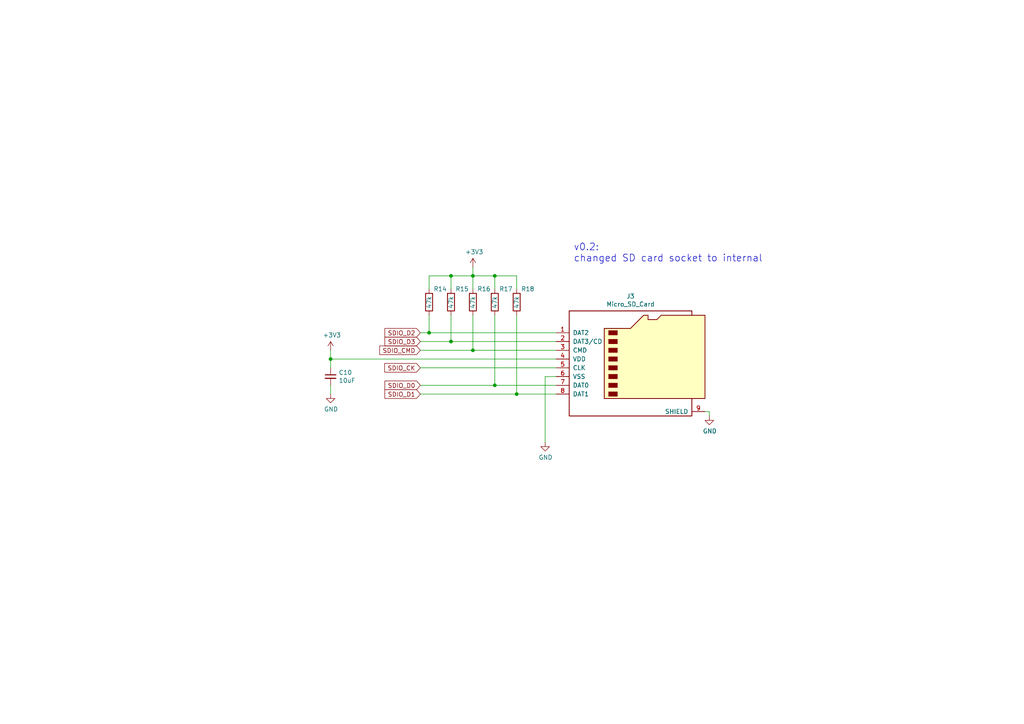
<source format=kicad_sch>
(kicad_sch (version 20211123) (generator eeschema)
  (paper "A4")
  (lib_symbols
    (symbol "Connector:Micro_SD_Card" (pin_names (offset 1.016))
      (property "Reference" "J" (at -16.51 15.24 0))
      (property "Value" "Micro_SD_Card" (at 16.51 15.24 0))
      (symbol "Micro_SD_Card_0_1"
        (rectangle (start -7.62 -9.525) (end -5.08 -10.795) (fill (type outline)))
        (rectangle (start -7.62 -6.985) (end -5.08 -8.255) (fill (type outline)))
        (rectangle (start -7.62 -4.445) (end -5.08 -5.715) (fill (type outline)))
        (rectangle (start -7.62 -1.905) (end -5.08 -3.175) (fill (type outline)))
        (rectangle (start -7.62 0.635) (end -5.08 -0.635) (fill (type outline)))
        (rectangle (start -7.62 3.175) (end -5.08 1.905) (fill (type outline)))
        (rectangle (start -7.62 5.715) (end -5.08 4.445) (fill (type outline)))
        (rectangle (start -7.62 8.255) (end -5.08 6.985) (fill (type outline)))
        (polyline (pts (xy 16.51 12.7) (xy 16.51 13.97) (xy -19.05 13.97) (xy -19.05 -16.51) (xy 16.51 -16.51) (xy 16.51 -11.43)) (stroke (width 0.254)))
        (polyline (pts (xy -8.89 -11.43) (xy -8.89 8.89) (xy -1.27 8.89) (xy 2.54 12.7) (xy 3.81 12.7) (xy 3.81 11.43) (xy 6.35 11.43) (xy 7.62 12.7) (xy 20.32 12.7) (xy 20.32 -11.43) (xy -8.89 -11.43)) (stroke (width 0.254)) (fill (type background)))
      )
      (symbol "Micro_SD_Card_1_1"
        (pin bidirectional line (at -22.86 7.62 0) (length 3.81) (name "DAT2") (number "1"))
        (pin bidirectional line (at -22.86 5.08 0) (length 3.81) (name "DAT3/CD") (number "2"))
        (pin input line (at -22.86 2.54 0) (length 3.81) (name "CMD") (number "3"))
        (pin power_in line (at -22.86 0 0) (length 3.81) (name "VDD") (number "4"))
        (pin input line (at -22.86 -2.54 0) (length 3.81) (name "CLK") (number "5"))
        (pin power_in line (at -22.86 -5.08 0) (length 3.81) (name "VSS") (number "6"))
        (pin bidirectional line (at -22.86 -7.62 0) (length 3.81) (name "DAT0") (number "7"))
        (pin bidirectional line (at -22.86 -10.16 0) (length 3.81) (name "DAT1") (number "8"))
        (pin passive line (at 20.32 -15.24 180) (length 3.81) (name "SHIELD") (number "9"))
      )
    )
    (symbol "Device:C_Small" (pin_numbers hide) (pin_names (offset 0.254) hide)
      (property "Reference" "C" (at 0.254 1.778 0))
      (property "Value" "C_Small" (at 0.254 -2.032 0))
      (symbol "C_Small_0_1"
        (polyline (pts (xy -1.524 -0.508) (xy 1.524 -0.508)) (stroke (width 0.3302)))
        (polyline (pts (xy -1.524 0.508) (xy 1.524 0.508)) (stroke (width 0.3048)))
      )
      (symbol "C_Small_1_1"
        (pin passive line (at 0 2.54 270) (length 2.032) (name "~") (number "1"))
        (pin passive line (at 0 -2.54 90) (length 2.032) (name "~") (number "2"))
      )
    )
    (symbol "Device:R" (pin_numbers hide) (pin_names (offset 0))
      (property "Reference" "R" (at 2.032 0 90))
      (property "Value" "R" (at 0 0 90))
      (symbol "R_0_1"
        (rectangle (start -1.016 -2.54) (end 1.016 2.54) (stroke (width 0.254)))
      )
      (symbol "R_1_1"
        (pin passive line (at 0 3.81 270) (length 1.27) (name "~") (number "1"))
        (pin passive line (at 0 -3.81 90) (length 1.27) (name "~") (number "2"))
      )
    )
    (symbol "power:+3.3V" (power) (pin_names (offset 0))
      (property "Value" "+3.3V" (at 0 3.556 0))
      (symbol "+3.3V_0_1"
        (polyline (pts (xy -0.762 1.27) (xy 0 2.54)))
        (polyline (pts (xy 0 0) (xy 0 2.54)))
        (polyline (pts (xy 0 2.54) (xy 0.762 1.27)))
      )
      (symbol "+3.3V_1_1"
        (pin power_in line (at 0 0 90) (length 0) hide (name "+3V3") (number "1"))
      )
    )
    (symbol "power:GND" (power) (pin_names (offset 0))
      (property "Value" "GND" (at 0 -3.81 0))
      (symbol "GND_0_1"
        (polyline (pts (xy 0 0) (xy 0 -1.27) (xy 1.27 -1.27) (xy 0 -2.54) (xy -1.27 -1.27) (xy 0 -1.27)))
      )
      (symbol "GND_1_1"
        (pin power_in line (at 0 0 270) (length 0) hide (name "GND") (number "1"))
      )
    )
  )
  (junction (at 143.51 111.76))
  (junction (at 143.51 80.01))
  (junction (at 137.16 101.6))
  (junction (at 137.16 80.01))
  (junction (at 149.86 114.3))
  (junction (at 95.885 104.14))
  (junction (at 130.81 99.06))
  (junction (at 130.81 80.01))
  (junction (at 124.46 96.52))
  (wire (pts (xy 161.29 104.14) (xy 95.885 104.14)))
  (wire (pts (xy 137.16 101.6) (xy 161.29 101.6)))
  (wire (pts (xy 130.81 83.82) (xy 130.81 80.01)))
  (wire (pts (xy 121.92 111.76) (xy 143.51 111.76)))
  (wire (pts (xy 130.81 91.44) (xy 130.81 99.06)))
  (wire (pts (xy 158.115 109.22) (xy 161.29 109.22)))
  (wire (pts (xy 205.74 119.38) (xy 204.47 119.38)))
  (wire (pts (xy 149.86 91.44) (xy 149.86 114.3)))
  (wire (pts (xy 124.46 96.52) (xy 161.29 96.52)))
  (wire (pts (xy 130.81 99.06) (xy 161.29 99.06)))
  (wire (pts (xy 137.16 80.01) (xy 143.51 80.01)))
  (wire (pts (xy 143.51 80.01) (xy 149.86 80.01)))
  (wire (pts (xy 121.92 114.3) (xy 149.86 114.3)))
  (wire (pts (xy 95.885 101.6) (xy 95.885 104.14)))
  (wire (pts (xy 121.92 96.52) (xy 124.46 96.52)))
  (wire (pts (xy 143.51 83.82) (xy 143.51 80.01)))
  (wire (pts (xy 161.29 106.68) (xy 121.92 106.68)))
  (wire (pts (xy 161.29 111.76) (xy 143.51 111.76)))
  (wire (pts (xy 124.46 83.82) (xy 124.46 80.01)))
  (wire (pts (xy 143.51 91.44) (xy 143.51 111.76)))
  (wire (pts (xy 130.81 80.01) (xy 137.16 80.01)))
  (wire (pts (xy 205.74 120.65) (xy 205.74 119.38)))
  (wire (pts (xy 158.115 109.22) (xy 158.115 128.27)))
  (wire (pts (xy 121.92 101.6) (xy 137.16 101.6)))
  (wire (pts (xy 137.16 83.82) (xy 137.16 80.01)))
  (wire (pts (xy 95.885 114.3) (xy 95.885 111.76)))
  (wire (pts (xy 95.885 104.14) (xy 95.885 106.68)))
  (wire (pts (xy 149.86 114.3) (xy 161.29 114.3)))
  (wire (pts (xy 124.46 80.01) (xy 130.81 80.01)))
  (wire (pts (xy 149.86 80.01) (xy 149.86 83.82)))
  (wire (pts (xy 124.46 91.44) (xy 124.46 96.52)))
  (wire (pts (xy 137.16 80.01) (xy 137.16 77.47)))
  (wire (pts (xy 121.92 99.06) (xy 130.81 99.06)))
  (wire (pts (xy 137.16 91.44) (xy 137.16 101.6)))
  (text "v0.2:\nchanged SD card socket to internal" (at 166.37 76.2 0) (effects (font (size 2 2)) (justify left bottom)))
  (global_label "SDIO_CK" (shape input) (at 121.92 106.68 180) (property "Intersheet References" "${INTERSHEET_REFS}" (effects hide)))
  (global_label "SDIO_D3" (shape input) (at 121.92 99.06 180) (property "Intersheet References" "${INTERSHEET_REFS}" (effects hide)))
  (global_label "SDIO_D1" (shape input) (at 121.92 114.3 180) (property "Intersheet References" "${INTERSHEET_REFS}" (effects hide)))
  (global_label "SDIO_CMD" (shape input) (at 121.92 101.6 180) (property "Intersheet References" "${INTERSHEET_REFS}" (effects hide)))
  (global_label "SDIO_D2" (shape input) (at 121.92 96.52 180) (property "Intersheet References" "${INTERSHEET_REFS}" (effects hide)))
  (global_label "SDIO_D0" (shape input) (at 121.92 111.76 180) (property "Intersheet References" "${INTERSHEET_REFS}" (effects hide)))
  (symbol (lib_id "Device:R") (at 124.46 87.63 0) (unit 1)
    (property "Reference" "R14" (at 125.73 83.82 0) (effects (justify left)))
    (property "Value" "47k" (at 124.46 89.535 90) (effects (justify left)))
    (property "Footprint" "Resistor_SMD:R_0603_1608Metric" (effects hide))
    (property "LCSC" "C25819" (effects hide))
  )
  (symbol (lib_id "Device:R") (at 130.81 87.63 0) (unit 1)
    (property "Reference" "R15" (at 132.08 83.82 0) (effects (justify left)))
    (property "Value" "47k" (at 130.81 89.535 90) (effects (justify left)))
    (property "Footprint" "Resistor_SMD:R_0603_1608Metric" (effects hide))
    (property "LCSC" "C25819" (effects hide))
  )
  (symbol (lib_id "Device:R") (at 137.16 87.63 0) (unit 1)
    (property "Reference" "R16" (at 138.43 83.82 0) (effects (justify left)))
    (property "Value" "47k" (at 137.16 89.535 90) (effects (justify left)))
    (property "Footprint" "Resistor_SMD:R_0603_1608Metric" (effects hide))
    (property "LCSC" "C25819" (effects hide))
  )
  (symbol (lib_id "Device:R") (at 143.51 87.63 0) (unit 1)
    (property "Reference" "R17" (at 144.78 83.82 0) (effects (justify left)))
    (property "Value" "47k" (at 143.51 89.535 90) (effects (justify left)))
    (property "Footprint" "Resistor_SMD:R_0603_1608Metric" (effects hide))
    (property "LCSC" "C25819" (effects hide))
  )
  (symbol (lib_id "Device:R") (at 149.86 87.63 0) (unit 1)
    (property "Reference" "R18" (at 151.13 83.82 0) (effects (justify left)))
    (property "Value" "47k" (at 149.86 89.535 90) (effects (justify left)))
    (property "Footprint" "Resistor_SMD:R_0603_1608Metric" (effects hide))
    (property "LCSC" "C25819" (effects hide))
  )
  (symbol (lib_id "power:GND") (at 95.885 114.3 0) (unit 1)
    (property "Reference" "#PWR023" (effects hide))
    (property "Value" "GND" (at 96.012 118.6942 0))
  )
  (symbol (lib_id "power:GND") (at 158.115 128.27 0) (unit 1)
    (property "Reference" "#PWR025" (effects hide))
    (property "Value" "GND" (at 158.242 132.6642 0))
  )
  (symbol (lib_id "power:GND") (at 205.74 120.65 0) (unit 1)
    (property "Reference" "#PWR026" (effects hide))
    (property "Value" "GND" (at 205.867 125.0442 0))
  )
  (symbol (lib_id "Device:C_Small") (at 95.885 109.22 0) (unit 1)
    (property "Reference" "C10" (at 98.2218 108.0516 0) (effects (justify left)))
    (property "Value" "10uF" (at 98.2218 110.363 0) (effects (justify left)))
    (property "Footprint" "Capacitor_SMD:C_1206_3216Metric" (effects hide))
    (property "LCSC" "C13585" (effects hide))
  )
  (symbol (lib_id "Connector:Micro_SD_Card") (at 184.15 104.14 0) (unit 1)
    (property "Reference" "J3" (at 182.88 85.9282 0))
    (property "Value" "Micro_SD_Card" (at 182.88 88.2396 0))
    (property "Footprint" "foots:PJS008U-3000-0" (effects hide))
    (property "Datasheet" "http://katalog.we-online.de/em/datasheet/693072010801.pdf" (effects hide))
    (property "LCSC" "-" (effects hide))
  )
  (symbol (lib_id "power:+3.3V") (at 95.885 101.6 0) (unit 1)
    (property "Reference" "#PWR022" (effects hide))
    (property "Value" "+3.3V" (at 96.266 97.2058 0))
  )
  (symbol (lib_id "power:+3.3V") (at 137.16 77.47 0) (unit 1)
    (property "Reference" "#PWR024" (effects hide))
    (property "Value" "+3.3V" (at 137.541 73.0758 0))
  )
)
</source>
